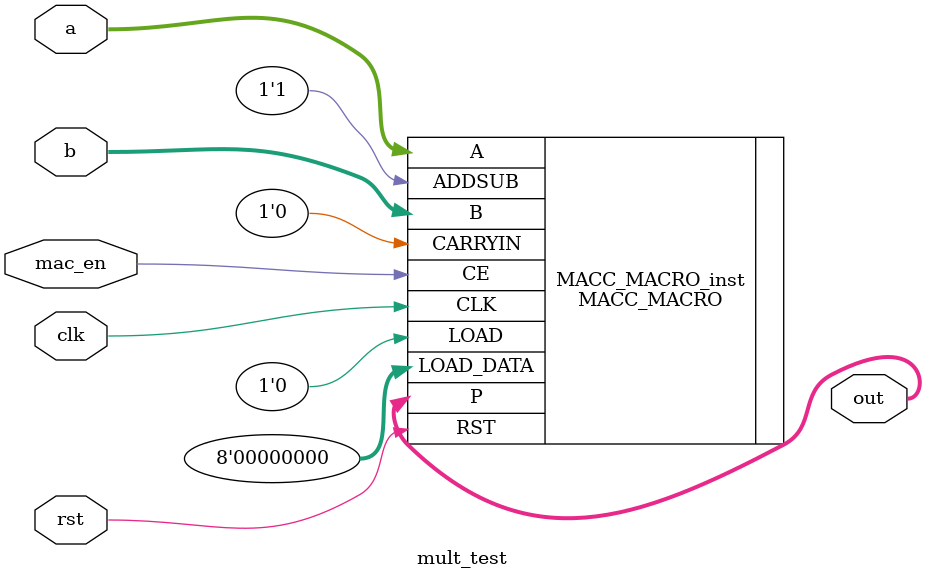
<source format=v>
`timescale 1ns / 1ps
`include "parameters.vh"

 module mult_test #(
    parameter DATA_WIDTH = 8
)(
    input clk,
    input rst,
    input mac_en,
    input [DATA_WIDTH-1:0] a,
    input [DATA_WIDTH-1:0] b,
    output [DATA_WIDTH-1:0] out
    );
    
//    reg [3:0] a_reg, b_reg, p_reg = 0;
//    wire [3:0] p_reg_internal;
    
//    always @(posedge clk) begin
//        if(rst) begin
//            a_reg <= 0;
//            b_reg <= 0;
//            p_reg <= 0;
//        end
//        else begin
//            a_reg <= a;
//            b_reg <= b;
//            p_reg <= p_reg_internal;
//        end
//    end

    MACC_MACRO #(
          .DEVICE("7SERIES"), // Target Device: "7SERIES" 
          .LATENCY(1),        // Desired clock cycle latency, 1-4
          .WIDTH_A(DATA_WIDTH),       // Multiplier A-input bus width, 1-25
          .WIDTH_B(DATA_WIDTH),       // Multiplier B-input bus width, 1-18
          .WIDTH_P(DATA_WIDTH)        // Accumulator output bus width, 1-48
       ) MACC_MACRO_inst (
          .P(out),     // MACC output bus, width determined by WIDTH_P parameter
          .A(a),     // MACC input A bus, width determined by WIDTH_A parameter
          .ADDSUB(1'b1), // 1-bit add/sub input, high selects add, low selects subtract
          .B(b),     // MACC input B bus, width determined by WIDTH_B parameter
          .CARRYIN(1'b0), // 1-bit carry-in input to accumulator
          .CE(mac_en),     // 1-bit active high input clock enable
          .CLK(clk),   // 1-bit positive edge clock input
          .LOAD(1'b0), // 1-bit active high input load accumulator enable
          .LOAD_DATA({8{1'b0}}), // Load accumulator input data, width determined by WIDTH_P parameter
          .RST(rst)    // 1-bit input active high reset
       );

//    assign out = a * b;
    
endmodule

</source>
